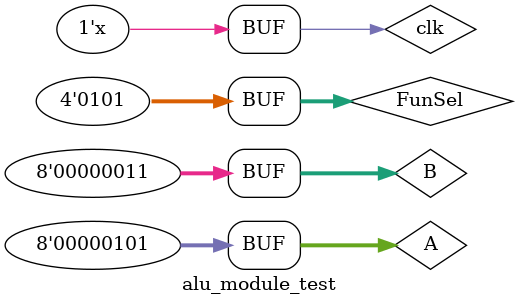
<source format=v>
`timescale 1ns / 1ps
module alu_module_test();
    reg [3:0] FunSel;
    reg [7:0] A;
    reg [7:0] B;
    reg Cin;
    reg clk;
    wire [7:0] OutALU;
    wire [3:0] OutFLAG;
    
    alu_module uut(FunSel,A,B, Cin, clk, OutALU, OutFLAG);
    
    initial begin
        clk=0; A=8'd5; B=8'd3; FunSel=4'b0100; #250; // A + B
        A=8'd5; B=8'd3; FunSel=4'b0101; #250; // A + B + Cin
        A=8'd255; B=8'd3; FunSel=4'b0101; #250; // A + B + Cin
        A=8'd5; B=8'd3; FunSel=4'b0101; #250; // A + B + Cin
    end
    
    always begin
        clk <= ~clk; #125;
        clk <= ~clk; #125;
    end
    
    always @(posedge clk)
        begin
        Cin = OutFLAG[2];
        end
        
endmodule
</source>
